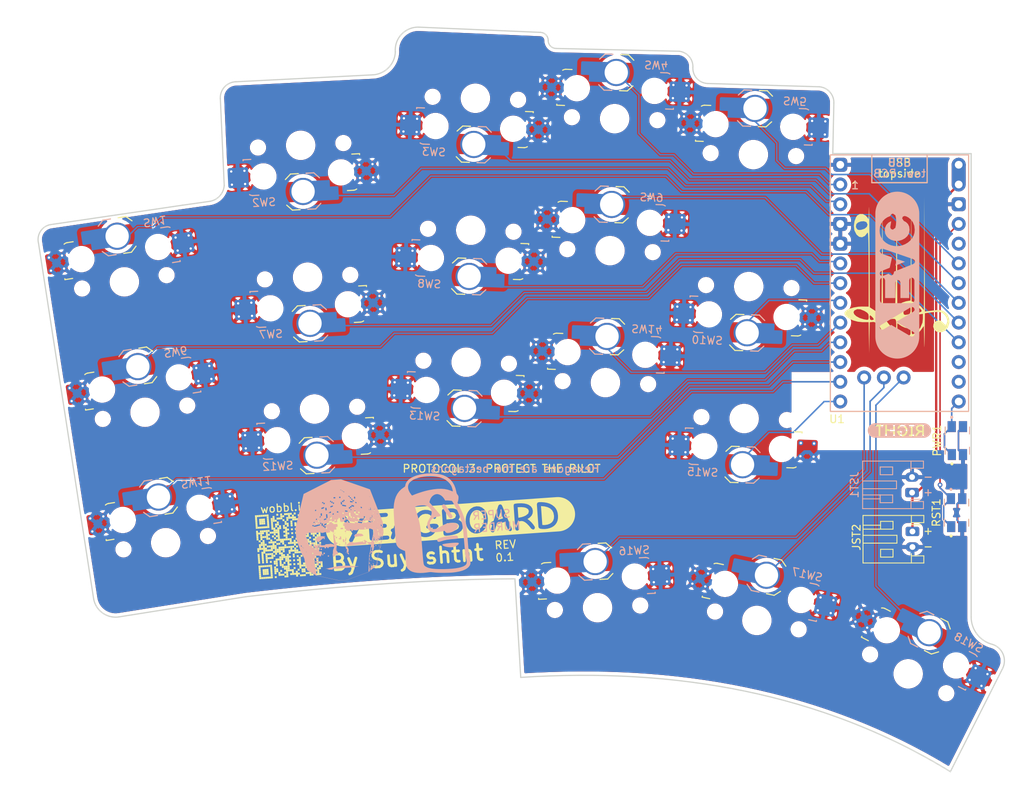
<source format=kicad_pcb>
(kicad_pcb (version 20240108) (generator "pcbnew") (generator_version "8.0")
  (layers (0 "F.Cu" signal) (31 "B.Cu" signal) (34 "B.Paste" user) (35 "F.Paste" user) (36 "B.SilkS" user "B.Silkscreen") (37 "F.SilkS" user "F.Silkscreen") (38 "B.Mask" user) (39 "F.Mask" user) (44 "Edge.Cuts" user))
  (net 0 "")
  (net 1 "GND")
  (net 2 "+BATT")
  (net 3 "PWR-BTN")
  (net 4 "RST")
  (net 5 "Switch1")
  (net 6 "Switch6")
  (net 7 "Switch11")
  (net 8 "Switch2")
  (net 9 "Switch7")
  (net 10 "Switch12")
  (net 11 "Switch3")
  (net 12 "Switch8")
  (net 13 "Switch13")
  (net 14 "Switch16")
  (net 15 "Switch4")
  (net 16 "Switch9")
  (net 17 "Switch14")
  (net 18 "Switch17")
  (net 19 "Switch5")
  (net 20 "Switch10")
  (net 21 "Switch15")
  (net 22 "Switch18")
  (footprint "Library:EVQ-P7C-Reversible" (layer "F.Cu") (at 142.226146 109.3 90)
    (property "Reference" "PWR1")
    (property "Value" "EVQ-P7C01P")
  )
  (footprint "Connector_JST:JST_PH_S2B-PH-K_1x02_P2.00mm_Horizontal" (layer "F.Cu") (at 136.45 121 -90)
    (property "Reference" "JST2")
    (property "Value" "Conn_01x02")
  )
  (footprint "Library:EVQ-P7C-Reversible" (layer "F.Cu") (at 142.126146 118.57842 90)
    (property "Reference" "RST1")
    (property "Value" "EVQ-P7C01P")
  )
  (footprint "kibuzzard-671E83A0" (layer "F.Cu") (at 134.78 108)
    (property "Reference" "kibuzzard-671E83A0" (hide yes))
    (property "Value" "G***" (hide yes))
  )
  (footprint "LOGO" (layer "F.Cu") (at 134.5 88 90)
    (property "Reference" "G***" (hide yes))
    (property "Value" "LOGO" (hide yes))
  )
  (footprint "PCM_marbastlib-xp-promicroish:SuperMini_nRF52840_AH_Reversible" (layer "F.Cu") (at 134.78 90.3)
    (property "Reference" "U1")
    (property "Value" "SuperMini nRF52840")
  )
  (footprint "Library:WobblQR" (layer "F.Cu") (at 56.25 122.75 4)
    (property "Reference" "QR*****" (hide yes))
    (property "Value" "WobblQR" (hide yes))
  )
  (footprint "kibuzzard-671E8171" (layer "F.Cu") (at 77 119.75 4)
    (property "Reference" "kibuzzard-671E8171" (hide yes))
    (property "Value" "G***" (hide yes))
  )
  (footprint "Library:Choc-V1-HS-Reversible" (layer "B.Cu") (at 135.90061 139.331472 -27)
    (property "Reference" "SW18")
    (property "Value" "SW_Push")
  )
  (footprint "Connector_JST:JST_PH_S2B-PH-K_1x02_P2.00mm_Horizontal" (layer "B.Cu") (at 136.4 116 90)
    (property "Reference" "JST1")
    (property "Value" "Conn_01x02")
  )
  (footprint "Library:Choc-V1-HS-Reversible" (layer "B.Cu") (at 35.05336 88.863368 9)
    (property "Reference" "SW1")
    (property "Value" "SW_Push")
  )
  (footprint "Library:Choc-V1-HS-Reversible" (layer "B.Cu") (at 57.73669 71.284738 -177)
    (property "Reference" "SW2")
    (property "Value" "SW_Push")
  )
  (footprint "Library:Choc-V1-HS-Reversible" (layer "B.Cu") (at 115.982566 72.482184 -2)
    (property "Reference" "SW5")
    (property "Value" "SW_Push")
  )
  (footprint "kibuzzard-671E828F" (layer "B.Cu") (at 134.5 88 90)
    (property "Reference" "kibuzzard-671E828F" (hide yes))
    (property "Value" "G***" (hide yes))
  )
  (footprint "Library:Choc-V1-HS-Reversible" (layer "B.Cu") (at 97.539838 84.84608 -2)
    (property "Reference" "SW9")
    (property "Value" "SW_Push")
  )
  (footprint "Library:Choc-V1-HS-Reversible" (layer "B.Cu") (at 79.620586 82.219105 178)
    (property "Reference" "SW8")
    (property "Value" "SW_Push")
  )
  (footprint "Library:Choc-V1-HS-Reversible" (layer "B.Cu") (at 58.626412 88.261449 -177)
    (property "Reference" "SW7")
    (property "Value" "SW_Push")
  )
  (footprint "Library:Choc-V1-HS-Reversible" (layer "B.Cu") (at 80.213884 65.229458 178)
    (property "Reference" "SW3")
    (property "Value" "SW_Push")
  )
  (footprint "Library:Choc-V1-HS-Reversible" (layer "B.Cu") (at 37.712752 105.654064 9)
    (property "Reference" "SW6")
    (property "Value" "SW_Push")
  )
  (footprint "Library:Choc-V1-HS-Reversible" (layer "B.Cu") (at 115.389268 89.471831 178)
    (property "Reference" "SW10")
    (property "Value" "SW_Push")
  )
  (footprint "Library:Choc-V1-HS-Reversible" (layer "B.Cu") (at 59.516116 105.238142 -177)
    (property "Reference" "SW12")
    (property "Value" "SW_Push")
  )
  (footprint "Library:Choc-V1-HS-Reversible" (layer "B.Cu") (at 114.79597 106.461478 178)
    (property "Reference" "SW15")
    (property "Value" "SW_Push")
  )
  (footprint "LOGO" (layer "B.Cu") (at 74.5 120 -176)
    (property "Reference" "G***" (hide yes))
    (property "Value" "LOGO" (hide yes))
  )
  (footprint "Library:Choc-V1-HS-Reversible" (layer "B.Cu") (at 96.94654 101.835727 -2)
    (property "Reference" "SW14")
    (property "Value" "SW_Push")
  )
  (footprint "LOGO" (layer "B.Cu") (at 62.727829 120.810038 -176)
    (property "Reference" "G***" (hide yes))
    (property "Value" "LOGO" (hide yes))
  )
  (footprint "kibuzzard-671E83AE" (layer "B.Cu") (at 134.78 108 180)
    (property "Reference" "kibuzzard-671E83AE" (hide yes))
    (property "Value" "G***" (hide yes))
  )
  (footprint "Library:Choc-V1-HS-Reversible" (layer "B.Cu") (at 79.027306 99.208752 178)
    (property "Reference" "SW13")
    (property "Value" "SW_Push")
  )
  (footprint "Library:Choc-V1-HS-Reversible" (layer "B.Cu") (at 116.428408 132.456043 -12)
    (property "Reference" "SW17")
    (property "Value" "SW_Push")
  )
  (footprint "Library:Choc-V1-HS-Reversible" (layer "B.Cu") (at 40.372126 122.444776 9)
    (property "Reference" "SW11")
    (property "Value" "SW_Push")
  )
  (footprint "Library:Choc-V1-HS-Reversible" (layer "B.Cu") (at 95.934454 130.818059 3)
    (property "Reference" "SW16")
    (property "Value" "SW_Push")
  )
  (footprint "Library:Choc-V1-HS-Reversible" (layer "B.Cu") (at 98.133118 67.856433 -2)
    (property "Reference" "SW4")
    (property "Value" "SW_Push")
  )
  (gr_arc (start 88.58618 56.747457) (mid 89.293575 57.062827) (end 89.582791 57.781321) (stroke (width 0.16)) (layer "Edge.Cuts"))
  (gr_line (start 144.001146 132) (end 144.001146 72.35842) (stroke (width 0.16)) (layer "Edge.Cuts"))
  (gr_arc (start 106.442069 59.175021) (mid 107.730693 59.868522) (end 108.2 61.254605) (stroke (width 0.16)) (layer "Edge.Cuts"))
  (gr_arc (start 69.914551 59.25) (mid 70.723214 56.981202) (end 72.954399 56.073902) (stroke (width 0.16)) (layer "Edge.Cuts"))
  (gr_arc (start 69.914551 59.25) (mid 69.03395 61.299633) (end 67 62.215869) (stroke (width 0.16)) (layer "Edge.Cuts"))
  (gr_arc (start 47.39947 65.272041) (mid 47.944281 63.765351) (end 49.403805 63.104489) (stroke (width 0.16)) (layer "Edge.Cuts"))
  (gr_line (start 90.580399 58.816219) (end 106.442069 59.175021) (stroke (width 0.16)) (layer "Edge.Cuts"))
  (gr_line (start 72.954399 56.073902) (end 88.58618 56.747457) (stroke (width 0.16)) (layer "Edge.Cuts"))
  (gr_arc (start 146.605032 135.500344) (mid 144.72581 134.179607) (end 144.001146 132) (stroke (width 0.16)) (layer "Edge.Cuts"))
  (gr_arc (start 90.580399 58.816219) (mid 89.872307 58.500532) (end 89.582791 57.781321) (stroke (width 0.16)) (layer "Edge.Cuts"))
  (gr_line (start 42.5 79) (end 46.029351 78.5) (stroke (width 0.16)) (layer "Edge.Cuts"))
  (gr_line (start 148.039504 138.657981) (end 141.328443 151.924076) (stroke (width 0.16)) (layer "Edge.Cuts"))
  (gr_line (start 25.524361 81.5) (end 42.5 79) (stroke (width 0.16)) (layer "Edge.Cuts"))
  (gr_line (start 49.403805 63.104489) (end 67 62.215869) (stroke (width 0.16)) (layer "Edge.Cuts"))
  (gr_arc (start 146.605032 135.500344) (mid 148.08264 136.733736) (end 148.039504 138.657981) (stroke (width 0.16)) (layer "Edge.Cuts"))
  (gr_arc (start 34.359523 132) (mid 32.268289 131.508097) (end 31.10242 129.703642) (stroke (width 0.16)) (layer "Edge.Cuts"))
  (gr_line (start 110.100903 63.325969) (end 124.45 63.75) (stroke (width 0.16)) (layer "Edge.Cuts"))
  (gr_line (start 47.9 76.428499) (end 47.39947 65.272041) (stroke (width 0.16)) (layer "Edge.Cuts"))
  (gr_line (start 31.10242 129.703642) (end 24 83.859148) (stroke (width 0.16)) (layer "Edge.Cuts"))
  (gr_line (start 126.337436 65.848336) (end 126.2 72.35842) (stroke (width 0.16)) (layer "Edge.Cuts"))
  (gr_curve (pts (xy 141.328443 151.924076) (xy 124.75 141.75) (xy 105.841784 138.5) (xy 86.05 139.7895)) (stroke (width 0.16)) (layer "Edge.Cuts"))
  (gr_line (start 126.2 72.35842) (end 144.001146 72.35842) (stroke (width 0.16)) (layer "Edge.Cuts"))
  (gr_arc (start 24 83.859148) (mid 24.26003 82.35511) (end 25.524361 81.5) (stroke (width 0.16)) (layer "Edge.Cuts"))
  (gr_arc (start 124.45 63.75) (mid 125.817291 64.418175) (end 126.337436 65.848336) (stroke (width 0.16)) (layer "Edge.Cuts"))
  (gr_line (start 86.05 139.7895) (end 85.3 127.1) (stroke (width 0.16)) (layer "Edge.Cuts"))
  (gr_arc (start 47.9 76.428499) (mid 47.330597 77.794691) (end 46.029351 78.5) (stroke (width 0.16)) (layer "Edge.Cuts"))
  (gr_line (start 34.359523 132) (end 50.7 129.4) (stroke (width 0.16)) (layer "Edge.Cuts"))
  (gr_arc (start 110.100903 63.325969) (mid 108.716618 62.688425) (end 108.2 61.254605) (stroke (width 0.16)) (layer "Edge.Cuts"))
  (gr_curve (pts (xy 50.7 129.4) (xy 63.314781 127.915098) (xy 75.349701 127.134039) (xy 85.3 127.1)) (stroke (width 0.16)) (layer "Edge.Cuts"))
  (gr_text "yeag" (at 44.25 88.5 0) (layer "F.Cu" knockout) (effects (font (size 1.5 1.5) (thickness 0.3) (bold yes)) (justify left bottom)))
  (gr_text "+" (at 137.75 115.5 180) (layer "B.SilkS") (effects (font (size 1 1)) (justify left bottom mirror)))
  (gr_text "Hexagons are the bestagons" (at 96.25 113.5 -0) (layer "B.SilkS") (effects (font (size 1 1)) (justify left bottom mirror)))
  (gr_text "-" (at 137.75 113.5 180) (layer "B.SilkS") (effects (font (size 1 1)) (justify left bottom mirror)))
  (gr_text "SUPER\nMURDER" (at 79.801041 119.829803 4) (layer "B.SilkS") (effects (font (size 1 1)) (justify right mirror)))
  (gr_text "wobbl.in" (at 52.5 118.75 4) (layer "F.SilkS") (effects (font (size 1 1)) (justify left bottom)))
  (gr_text "-" (at 137.75 123.5 0) (layer "F.SilkS") (effects (font (size 1 1)) (justify left bottom)))
  (gr_text "+" (at 137.75 121.5 0) (layer "F.SilkS") (effects (font (size 1 1)) (justify left bottom)))
  (gr_text "REV\n0.1" (at 82.75 125 4) (layer "F.SilkS") (effects (font (size 1 1)) (justify left bottom)))
  (gr_text "By Suyashtnt" (at 61.5 126.25 4) (layer "F.SilkS") (effects (font (size 2 2) (thickness 0.35) (bold yes)) (justify left bottom)))
  (gr_text "PROTOCOL 3: PROTECT THE PILOT" (at 70.75 113.5 0) (layer "F.SilkS") (effects (font (size 1 1)) (justify left bottom)))
  (segment (start 142.372146 108.079) (end 142.951146 107.5) (width 0.2) (layer "F.Cu") (net 1))
  (segment (start 142.272146 119.79942) (end 142.272146 117.35742) (width 0.2) (layer "F.Cu") (net 1))
  (segment (start 142.851146 120.37842) (end 142.272146 119.79942) (width 0.2) (layer "F.Cu") (net 1))
  (segment (start 142.272146 117.35742) (end 142.851146 116.77842) (width 0.2) (layer "F.Cu") (net 1))
  (segment (start 142.951146 111.1) (end 142.372146 110.521) (width 0.2) (layer "F.Cu") (net 1))
  (segment (start 142.372146 110.521) (end 142.372146 108.079) (width 0.2) (layer "F.Cu") (net 1))
  (segment (start 142.851146 120.20342) (end 142.178146 119.53042) (width 0.2) (layer "B.Cu") (net 1))
  (segment (start 142.178146 119.53042) (end 142.178146 117.45142) (width 0.2) (layer "B.Cu") (net 1))
  (segment (start 142.372146 108.079) (end 142.951146 107.5) (width 0.2) (layer "B.Cu") (net 1))
  (segment (start 142.178146 117.45142) (end 142.851146 116.77842) (width 0.2) (layer "B.Cu") (net 1))
  (segment (start 142.851146 120.37842) (end 142.851146 120.20342) (width 0.2) (layer "B.Cu") (net 1))
  (segment (start 142.951146 111.1) (end 142.372146 110.521) (width 0.2) (layer "B.Cu") (net 1))
  (segment (start 142.372146 110.521) (end 142.372146 108.079) (width 0.2) (layer "B.Cu") (net 1))
  (segment (start 136.45 116.05) (end 136.4 116) (width 0.3) (layer "F.Cu") (net 2))
  (segment (start 139.5 79.23) (end 139.5 113.5) (width 0.3) (layer "F.Cu") (net 2))
  (segment (start 136.45 121) (end 136.45 116.05) (width 0.3) (layer "F.Cu") (net 2))
  (segment (start 137 116) (end 136.4 116) (width 0.3) (layer "F.Cu") (net 2))
  (segment (start 142.4 76.33) (end 139.5 79.23) (width 0.3) (layer "F.Cu") (net 2))
  (segment (start 139.5 113.5) (end 137 116) (width 0.3) (layer "F.Cu") (net 2))
  (segment (start 141.501146 105.168854) (end 142.4 104.27) (width 0.2) (layer "F.Cu") (net 3))
  (segment (start 140.572146 108.429) (end 141.501146 107.5) (width 0.2) (layer "F.Cu") (net 3))
  (segment (start 141.501146 107.5) (end 141.501146 105.168854) (width 0.2) (layer "F.Cu") (net 3))
  (segment (start 140.572146 110.171) (end 140.572146 108.429) (width 0.2) (layer "F.Cu") (net 3))
  (segment (start 141.501146 111.1) (end 140.572146 110.171) (width 0.2) (layer "F.Cu") (net 3))
  (segment (start 141.526146 111.1) (end 140.572146 110.146) (width 0.2) (layer "B.Cu") (net 3))
  (segment (start 141.501146 107.5) (end 141.501146 105.168854) (width 0.2) (layer "B.Cu") (net 3))
  (segment (start 140.572146 108.429) (end 141.501146 107.5) (width 0.2) (layer "B.Cu") (net 3))
  (segment (start 141.501146 105.168854) (end 142.4 104.27) (width 0.2) (layer "B.Cu") (net 3))
  (segment (start 140.572146 110.146) (end 140.572146 108.429) (width 0.2) (layer "B.Cu") (net 3))
  (segment (start 142.4 81.41) (end 140 83.81) (width 0.2) (layer "F.Cu") (net 4))
  (segment (start 140.472146 117.70742) (end 141.401146 116.77842) (width 0.2) (layer "F.Cu") (net 4))
  (segment (start 141.401146 120.37842) (end 140.472146 119.44942) (width 0.2) (layer "F.Cu") (net 4))
  (segment (start 140.472146 119.44942) (end 140.472146 117.70742) (width 0.2) (layer "F.Cu") (net 4))
  (segment (start 140 115.377274) (end 140 115) (width 0.2) (layer "F.Cu") (net 4))
  (segment (start 141.401146 116.77842) (end 140 115.377274) (width 0.2) (layer "F.Cu") (net 4))
  (segment (start 140 83.81) (end 140 115.377274) (width 0.2) (layer "F.Cu") (net 4))
  (via (at 140 115) (size 0.6) (drill 0.3) (layers "F.Cu" "B.Cu") (net 4))
  (segment (start 140 115.377274) (end 140 115) (width 0.2) (layer "B.Cu") (net 4))
  (segment (start 141.401146 116.77842) (end 140 115.377274) (width 0.2) (layer "B.Cu") (net 4))
  (segment (start 140.472146 119.42442) (end 140.472146 117.70742) (width 0.2) (layer "B.Cu") (net 4))
  (segment (start 140.472146 117.70742) (end 141.401146 116.77842) (width 0.2) (layer "B.Cu") (net 4))
  (segment (start 141.426146 120.37842) (end 140.472146 119.42442) (width 0.2) (layer "B.Cu") (net 4))
  (segment (start 36.75 81.75) (end 35.513378 82.986622) (width 0.2) (layer "B.Cu") (net 5))
  (segment (start 40 80.5) (end 38.75 81.75) (width 0.2) (layer "B.Cu") (net 5))
  (segment (start 35.513378 82.986622) (end 34.122575 82.986622) (width 0.2) (layer "B.Cu") (net 5))
  (segment (start 38.75 81.75) (end 36.75 81.75) (width 0.2) (layer "B.Cu") (net 5))
  (segment (start 122.75 77.25) (end 106.75 77.25) (width 0.2) (layer "B.Cu") (net 5))
  (segment (start 69.25 80.5) (end 40 80.5) (width 0.2) (layer "B.Cu") (net 5))
  (segment (start 104.75 75.25) (end 74.5 75.25) (width 0.2) (layer "B.Cu") (net 5))
  (segment (start 106.75 77.25) (end 104.75 75.25) (width 0.2) (layer "B.Cu") (net 5))
  (segment (start 131.04 80.21) (end 125.71 80.21) (width 0.2) (layer "B.Cu") (net 5))
  (segment (start 142.4 91.57) (end 131.04 80.21) (width 0.2) (layer "B.Cu") (net 5))
  (segment (start 74.5 75.25) (end 69.25 80.5) (width 0.2) (layer "B.Cu") (net 5))
  (segment (start 125.71 80.21) (end 122.75 77.25) (width 0.2) (layer "B.Cu") (net 5))
  (segment (start 123.78 89.03) (end 121.5 86.75) (width 0.2) (layer "B.Cu") (net 6))
  (segment (start 121.5 86.75) (end 106.75 86.75) (width 0.2) (layer "B.Cu") (net 6))
  (segment (start 127.16 89.03) (end 123.78 89.03) (width 0.2) (layer "B.Cu") (net 6))
  (segment (start 102.5 91) (end 86.875 91) (width 0.2) (layer "B.Cu") (net 6))
  (segment (start 69.768776 95.481224) (end 68 97.25) (width 0.2) (layer "B.Cu") (net 6))
  (segment (start 86.875 91) (end 82.393776 95.481224) (width 0.2) (layer "B.Cu") (net 6))
  (segment (start 82.393776 95.481224) (end 69.768776 95.481224) (width 0.2) (layer "B.Cu") (net 6))
  (segment (start 39.309285 97.25) (end 36.781967 99.777318) (width 0.2) (layer "B.Cu") (net 6))
  (segment (start 68 97.25) (end 39.309285 97.25) (width 0.2) (layer "B.Cu") (net 6))
  (segment (start 106.75 86.75) (end 102.5 91) (width 0.2) (layer "B.Cu") (net 6))
  (segment (start 118.5 103) (end 108 103) (width 0.2) (layer "B.Cu") (net 7))
  (segment (start 96.75 114.25) (end 41.759371 114.25) (width 0.2) (layer "B.Cu") (net 7))
  (segment (start 119.77 101.73) (end 118.5 103) (width 0.2) (layer "B.Cu") (net 7))
  (segment (start 127.16 101.73) (end 119.77 101.73) (width 0.2) (layer "B.Cu") (net 7))
  (segment (start 108 103) (end 96.75 114.25) (width 0.2) (layer "B.Cu") (net 7))
  (segment (start 41.759371 114.25) (end 39.441341 116.56803) (width 0.2) (layer "B.Cu") (net 7))
  (segment (start 61.566577 77.75) (end 61.298402 77.481825) (width 0.2) (layer "B.Cu") (net 8))
  (segment (start 127.16 78.87) (end 126.79 78.5) (width 0.2) (layer "B.Cu") (net 8))
  (segment (start 126.79 78.5) (end 125.375 78.5) (width 0.2) (layer "B.Cu") (net 8))
  (segment (start 123.375 76.5) (end 107.25 76.5) (width 0.2) (layer "B.Cu") (net 8))
  (segment (start 69.75 77.75) (end 61.566577 77.75) (width 0.2) (layer "B.Cu") (net 8))
  (segment (start 73.25 74.25) (end 69.75 77.75) (width 0.2) (layer "B.Cu") (net 8))
  (segment (start 107.25 76.5) (end 105 74.25) (width 0.2) (layer "B.Cu") (net 8))
  (segment (start 105 74.25) (end 73.25 74.25) (width 0.2) (layer "B.Cu") (net 8))
  (segment (start 125.375 78.5) (end 123.375 76.5) (width 0.2) (layer "B.Cu") (net 8))
  (segment (start 133.5 87.75) (end 142.4 96.65) (width 0.2) (layer "B.Cu") (net 9))
  (segment (start 62.229588 94.5) (end 82.25 94.5) (width 0.2) (layer "B.Cu") (net 9))
  (segment (start 86.5 90.25) (end 102.231224 90.25) (width 0.2) (layer "B.Cu") (net 9))
  (segment (start 122 86) (end 123.75 87.75) (width 0.2) (layer "B.Cu") (net 9))
  (segment (start 102.231224 90.25) (end 106.481224 86) (width 0.2) (layer "B.Cu") (net 9))
  (segment (start 82.25 94.5) (end 86.5 90.25) (width 0.2) (layer "B.Cu") (net 9))
  (segment (start 106.481224 86) (end 122 86) (width 0.2) (layer "B.Cu") (net 9))
  (segment (start 123.75 87.75) (end 133.5 87.75) (width 0.2) (layer "B.Cu") (net 9))
  (segment (start 62.188124 94.458536) (end 62.229588 94.5) (width 0.2) (layer "B.Cu") (net 9))
  (segment (start 127.16 99.19) (end 121.06 99.19) (width 0.2) (layer "B.Cu") (net 10))
  (segment (start 121.06 99.19) (end 118 102.25) (width 0.2) (layer "B.Cu") (net 10))
  (segment (start 107.75 102.25) (end 98.564771 111.435229) (width 0.2) (layer "B.Cu") (net 10))
  (segment (start 118 102.25) (end 107.75 102.25) (width 0.2) (layer "B.Cu") (net 10))
  (segment (start 98.564771 111.435229) (end 63.077828 111.435229) (width 0.2) (layer "B.Cu") (net 10))
  (segment (start 84.758544 73.25) (end 83.221931 71.713387) (width 0.2) (layer "B.Cu") (net 11))
  (segment (start 125.78 77.53) (end 124 75.75) (width 0.2) (layer "B.Cu") (net 11))
  (segment (start 130.9 77.53) (end 125.78 77.53) (width 0.2) (layer "B.Cu") (net 11))
  (segment (start 107.75 75.75) (end 105.25 73.25) (width 0.2) (layer "B.Cu") (net 11))
  (segment (start 142.4 89.03) (end 130.9 77.53) (width 0.2) (layer "B.Cu") (net 11))
  (segment (start 105.25 73.25) (end 84.758544 73.25) (width 0.2) (layer "B.Cu") (net 11))
  (segment (start 124 75.75) (end 107.75 75.75) (width 0.2) (layer "B.Cu") (net 11))
  (segment (start 124.5 86.25) (end 123.5 85.25) (width 0.2) (layer "B.Cu") (net 12))
  (segment (start 123.5 85.25) (end 106 85.25) (width 0.2) (layer "B.Cu") (net 12))
  (segment (start 127.16 86.49) (end 126.92 86.25) (width 0.2) (layer "B.Cu") (net 12))
  (segment (start 101.75 89.5) (end 83.425599 89.5) (width 0.2) (layer "B.Cu") (net 12))
  (segment (start 126.92 86.25) (end 124.5 86.25) (width 0.2) (layer "B.Cu") (net 12))
  (segment (start 106 85.25) (end 101.75 89.5) (width 0.2) (layer "B.Cu") (net 12))
  (segment (start 83.425599 89.5) (end 82.628633 88.703034) (width 0.2) (layer "B.Cu") (net 12))
  (segment (start 102.75 106.25) (end 82.592672 106.25) (width 0.2) (layer "B.Cu") (net 13))
  (segment (start 125.85 96.65) (end 124.75 97.75) (width 0.2) (layer "B.Cu") (net 13))
  (segment (start 107.5 101.5) (end 102.75 106.25) (width 0.2) (layer "B.Cu") (net 13))
  (segment (start 124.75 97.75) (end 121.25 97.75) (width 0.2) (layer "B.Cu") (net 13))
  (segment (start 121.25 97.75) (end 117.5 101.5) (width 0.2) (layer "B.Cu") (net 13))
  (segment (start 82.592672 106.25) (end 82.035353 105.692681) (width 0.2) (layer "B.Cu") (net 13))
  (segment (start 127.16 96.65) (end 125.85 96.65) (width 0.2) (layer "B.Cu") (net 13))
  (segment (start 117.5 101.5) (end 107.5 101.5) (width 0.2) (layer "B.Cu") (net 13))
  (segment (start 98.749268 121.75) (end 95.623055 124.876213) (width 0.2) (layer "B.Cu") (net 14))
  (segment (start 130.2334 101.17628) (end 130.2334 113.0166) (width 0.2) (layer "B.Cu") (net 14))
  (segment (start 121.5 121.75) (end 98.749268 121.75) (width 0.2) (layer "B.Cu") (net 14))
  (segment (start 130.2334 113.0166) (end 121.5 121.75) (width 0.2) (layer "B.Cu") (net 14))
  (segment (start 105.75 72.5) (end 104 72.5) (width 0.2) (layer "B.Cu") (net 15))
  (segment (start 108.25 75) (end 105.75 72.5) (width 0.2) (layer "B.Cu") (net 15))
  (segment (start 101.25 69.75) (end 101.25 64.819288) (width 0.2) (layer "B.Cu") (net 15))
  (segment (start 125.83 76.33) (end 124.5 75) (width 0.2) (layer "B.Cu") (net 15))
  (segment (start 124.5 75) (end 108.25 75) (width 0.2) (layer "B.Cu") (net 15))
  (segment (start 104 72.5) (end 101.25 69.75) (width 0.2) (layer "B.Cu") (net 15))
  (segment (start 101.25 64.819288) (end 98.34077 61.910058) (width 0.2) (layer "B.Cu") (net 15))
  (segment (start 127.16 76.33) (end 125.83 76.33) (width 0.2) (layer "B.Cu") (net 15))
  (segment (start 117.5 78) (end 98.647195 78) (width 0.2) (layer "B.Cu") (net 16))
  (segment (start 142.4 94.11) (end 133.58 85.29) (width 0.2) (layer "B.Cu") (net 16))
  (segment (start 133.58 85.29) (end 124.79 85.29) (width 0.2) (layer "B.Cu") (net 16))
  (segment (start 98.647195 78) (end 97.74749 78.899705) (width 0.2) (layer "B.Cu") (net 16))
  (segment (start 124.79 85.29) (end 117.5 78) (width 0.2) (layer "B.Cu") (net 16))
  (segment (start 124.27 97) (end 121 97) (width 0.2) (layer "B.Cu") (net 17))
  (segment (start 117.5 100.5) (end 100.25 100.5) (width 0.2) (layer "B.Cu") (net 17))
  (segment (start 127.16 94.11) (end 124.27 97) (width 0.2) (layer "B.Cu") (net 17))
  (segment (start 97.154192 97.404192) (end 97.154192 95.889352) (width 0.2) (layer "B.Cu") (net 17))
  (segment (start 100.25 100.5) (end 97.154192 97.404192) (width 0.2) (layer "B.Cu") (net 17))
  (segment (start 121 97) (end 117.5 100.5) (width 0.2) (layer "B.Cu") (net 17))
  (segment (start 132.7734 101.17628) (end 132.7734 102.4766) (width 0.2) (layer "B.Cu") (net 18))
  (segment (start 131 113.301548) (end 117.665483 126.636065) (width 0.2) (layer "B.Cu") (net 18))
  (segment (start 131 104.25) (end 131 113.301548) (width 0.2) (layer "B.Cu") (net 18))
  (segment (start 132.7734 102.4766) (end 131 104.25) (width 0.2) (layer "B.Cu") (net 18))
  (segment (start 142.4 86.49) (end 130.955 75.045) (width 0.2) (layer "B.Cu") (net 19))
  (segment (start 130.955 75.045) (end 126.045 75.045) (width 0.2) (layer "B.Cu") (net 19))
  (segment (start 120 74.25) (end 119 73.25) (width 0.2) (layer "B.Cu") (net 19))
  (segment (start 119 73.25) (end 119 71) (width 0.2) (layer "B.Cu") (net 19))
  (segment (start 116.190218 68.190218) (end 116.190218 66.535809) (width 0.2) (layer "B.Cu") (net 19))
  (segment (start 119 71) (end 116.190218 68.190218) (width 0.2) (layer "B.Cu") (net 19))
  (segment (start 126.045 75.045) (end 125.25 74.25) (width 0.2) (layer "B.Cu") (net 19))
  (segment (start 125.25 74.25) (end 120 74.25) (width 0.2) (layer "B.Cu") (net 19))
  (segment (start 127.16 91.57) (end 126.84 91.25) (width 0.2) (layer "B.Cu") (net 20))
  (segment (start 126.84 91.25) (end 118 91.25) (width 0.2) (layer "B.Cu") (net 20))
  (segment (start 115.181616 94.068384) (end 115.181616 95.418206) (width 0.2) (layer "B.Cu") (net 20))
  (segment (start 118 91.25) (end 115.181616 94.068384) (width 0.2) (layer "B.Cu") (net 20))
  (segment (start 127.16 104.27) (end 125.094923 104.27) (width 0.2) (layer "B.Cu") (net 21))
  (segment (start 121.114923 108.25) (end 118 108.25) (width 0.2) (layer "B.Cu") (net 21))
  (segment (start 118 108.25) (end 114.588318 111.661682) (width 0.2) (layer "B.Cu") (net 21))
  (segment (start 125.094923 104.27) (end 121.114923 108.25) (width 0.2) (layer "B.Cu") (net 21))
  (segment (start 114.588318 111.661682) (end 114.588318 112.407853) (width 0.2) (layer "B.Cu") (net 21))
  (segment (start 131.75 128.01916) (end 135.914621 132.183781) (width 0.2) (layer "B.Cu") (net 22))
  (segment (start 131.75 104.73968) (end 131.75 128.01916) (width 0.2) (layer "B.Cu") (net 22))
  (segment (start 135.3134 101.17628) (end 131.75 104.73968) (width 0.2) (layer "B.Cu") (net 22))
  (zone (net 1) (net_name "GND") (layers "F&B.Cu") (connect_pads (clearance 0.5)) (min_thickness 0.25) (fill yes (thermal_gap 0.5) (thermal_bridge_width 0.5))
    (polygon (pts (xy 150.801146 154.57842) (xy 150.801146 53.32842) (xy 19.301146 52.57842) (xy 19.051146 52.82842) (xy 19.051146 153.57842) (xy 19.301146 153.82842)))
  )
)
</source>
